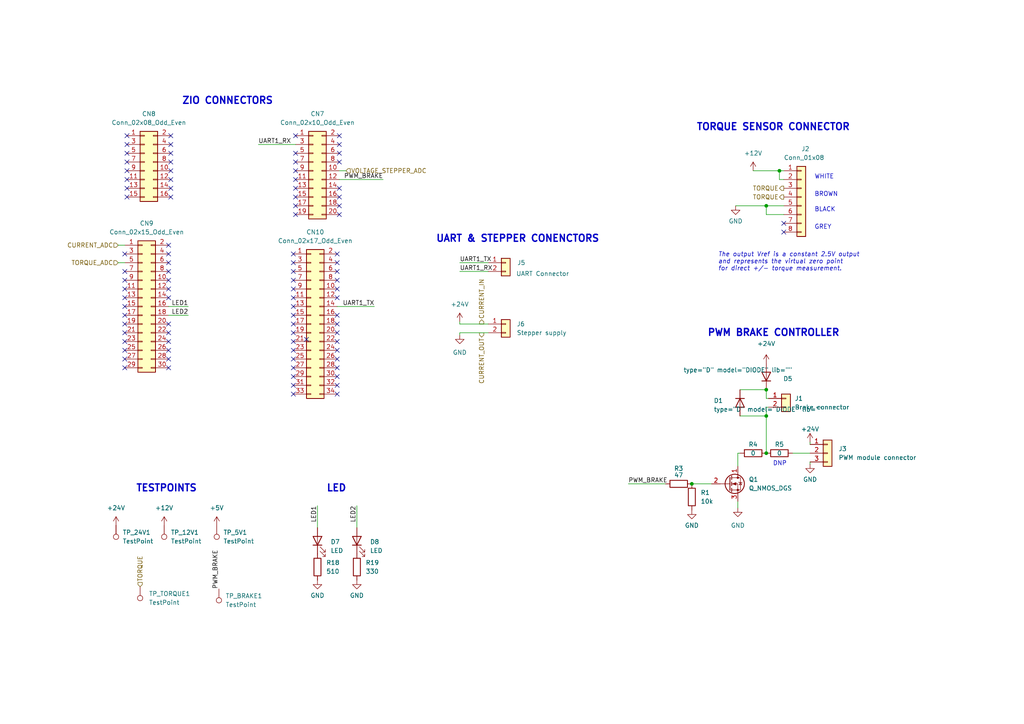
<source format=kicad_sch>
(kicad_sch (version 20211123) (generator eeschema)
  (paper "A4")
  (title_block (title "STB"))
  (lib_symbols
    (symbol "Connector:TestPoint" (pin_numbers hide) (pin_names (offset 0.762) hide)
      (property "Reference" "TP" (at 0 6.858 0))
      (property "Value" "TestPoint" (at 0 5.08 0))
      (symbol "TestPoint_0_1"
        (circle (center 0 3.302) (radius 0.762))
      )
      (symbol "TestPoint_1_1"
        (pin passive line (at 0 0 90) (length 2.54) (name "1") (number "1"))
      )
    )
    (symbol "Connector_Generic:Conn_01x02" (pin_names (offset 1.016) hide)
      (property "Reference" "J" (at 0 2.54 0))
      (property "Value" "Conn_01x02" (at 0 -5.08 0))
      (symbol "Conn_01x02_1_1"
        (rectangle (start -1.27 -2.413) (end 0 -2.667) (stroke (width 0.1524)))
        (rectangle (start -1.27 0.127) (end 0 -0.127) (stroke (width 0.1524)))
        (rectangle (start -1.27 1.27) (end 1.27 -3.81) (stroke (width 0.254)) (fill (type background)))
        (pin passive line (at -5.08 0 0) (length 3.81) (name "Pin_1") (number "1"))
        (pin passive line (at -5.08 -2.54 0) (length 3.81) (name "Pin_2") (number "2"))
      )
    )
    (symbol "Connector_Generic:Conn_01x03" (pin_names (offset 1.016) hide)
      (property "Reference" "J" (at 0 5.08 0))
      (property "Value" "Conn_01x03" (at 0 -5.08 0))
      (symbol "Conn_01x03_1_1"
        (rectangle (start -1.27 -2.413) (end 0 -2.667) (stroke (width 0.1524)))
        (rectangle (start -1.27 0.127) (end 0 -0.127) (stroke (width 0.1524)))
        (rectangle (start -1.27 2.667) (end 0 2.413) (stroke (width 0.1524)))
        (rectangle (start -1.27 3.81) (end 1.27 -3.81) (stroke (width 0.254)) (fill (type background)))
        (pin passive line (at -5.08 2.54 0) (length 3.81) (name "Pin_1") (number "1"))
        (pin passive line (at -5.08 0 0) (length 3.81) (name "Pin_2") (number "2"))
        (pin passive line (at -5.08 -2.54 0) (length 3.81) (name "Pin_3") (number "3"))
      )
    )
    (symbol "Connector_Generic:Conn_01x08" (pin_names (offset 1.016) hide)
      (property "Reference" "J" (at 0 10.16 0))
      (property "Value" "Conn_01x08" (at 0 -12.7 0))
      (symbol "Conn_01x08_1_1"
        (rectangle (start -1.27 -10.033) (end 0 -10.287) (stroke (width 0.1524)))
        (rectangle (start -1.27 -7.493) (end 0 -7.747) (stroke (width 0.1524)))
        (rectangle (start -1.27 -4.953) (end 0 -5.207) (stroke (width 0.1524)))
        (rectangle (start -1.27 -2.413) (end 0 -2.667) (stroke (width 0.1524)))
        (rectangle (start -1.27 0.127) (end 0 -0.127) (stroke (width 0.1524)))
        (rectangle (start -1.27 2.667) (end 0 2.413) (stroke (width 0.1524)))
        (rectangle (start -1.27 5.207) (end 0 4.953) (stroke (width 0.1524)))
        (rectangle (start -1.27 7.747) (end 0 7.493) (stroke (width 0.1524)))
        (rectangle (start -1.27 8.89) (end 1.27 -11.43) (stroke (width 0.254)) (fill (type background)))
        (pin passive line (at -5.08 7.62 0) (length 3.81) (name "Pin_1") (number "1"))
        (pin passive line (at -5.08 5.08 0) (length 3.81) (name "Pin_2") (number "2"))
        (pin passive line (at -5.08 2.54 0) (length 3.81) (name "Pin_3") (number "3"))
        (pin passive line (at -5.08 0 0) (length 3.81) (name "Pin_4") (number "4"))
        (pin passive line (at -5.08 -2.54 0) (length 3.81) (name "Pin_5") (number "5"))
        (pin passive line (at -5.08 -5.08 0) (length 3.81) (name "Pin_6") (number "6"))
        (pin passive line (at -5.08 -7.62 0) (length 3.81) (name "Pin_7") (number "7"))
        (pin passive line (at -5.08 -10.16 0) (length 3.81) (name "Pin_8") (number "8"))
      )
    )
    (symbol "Connector_Generic:Conn_02x08_Odd_Even" (pin_names (offset 1.016) hide)
      (property "Reference" "J" (at 1.27 10.16 0))
      (property "Value" "Conn_02x08_Odd_Even" (at 1.27 -12.7 0))
      (symbol "Conn_02x08_Odd_Even_1_1"
        (rectangle (start -1.27 -10.033) (end 0 -10.287) (stroke (width 0.1524)))
        (rectangle (start -1.27 -7.493) (end 0 -7.747) (stroke (width 0.1524)))
        (rectangle (start -1.27 -4.953) (end 0 -5.207) (stroke (width 0.1524)))
        (rectangle (start -1.27 -2.413) (end 0 -2.667) (stroke (width 0.1524)))
        (rectangle (start -1.27 0.127) (end 0 -0.127) (stroke (width 0.1524)))
        (rectangle (start -1.27 2.667) (end 0 2.413) (stroke (width 0.1524)))
        (rectangle (start -1.27 5.207) (end 0 4.953) (stroke (width 0.1524)))
        (rectangle (start -1.27 7.747) (end 0 7.493) (stroke (width 0.1524)))
        (rectangle (start -1.27 8.89) (end 3.81 -11.43) (stroke (width 0.254)) (fill (type background)))
        (rectangle (start 3.81 -10.033) (end 2.54 -10.287) (stroke (width 0.1524)))
        (rectangle (start 3.81 -7.493) (end 2.54 -7.747) (stroke (width 0.1524)))
        (rectangle (start 3.81 -4.953) (end 2.54 -5.207) (stroke (width 0.1524)))
        (rectangle (start 3.81 -2.413) (end 2.54 -2.667) (stroke (width 0.1524)))
        (rectangle (start 3.81 0.127) (end 2.54 -0.127) (stroke (width 0.1524)))
        (rectangle (start 3.81 2.667) (end 2.54 2.413) (stroke (width 0.1524)))
        (rectangle (start 3.81 5.207) (end 2.54 4.953) (stroke (width 0.1524)))
        (rectangle (start 3.81 7.747) (end 2.54 7.493) (stroke (width 0.1524)))
        (pin passive line (at -5.08 7.62 0) (length 3.81) (name "Pin_1") (number "1"))
        (pin passive line (at 7.62 -2.54 180) (length 3.81) (name "Pin_10") (number "10"))
        (pin passive line (at -5.08 -5.08 0) (length 3.81) (name "Pin_11") (number "11"))
        (pin passive line (at 7.62 -5.08 180) (length 3.81) (name "Pin_12") (number "12"))
        (pin passive line (at -5.08 -7.62 0) (length 3.81) (name "Pin_13") (number "13"))
        (pin passive line (at 7.62 -7.62 180) (length 3.81) (name "Pin_14") (number "14"))
        (pin passive line (at -5.08 -10.16 0) (length 3.81) (name "Pin_15") (number "15"))
        (pin passive line (at 7.62 -10.16 180) (length 3.81) (name "Pin_16") (number "16"))
        (pin passive line (at 7.62 7.62 180) (length 3.81) (name "Pin_2") (number "2"))
        (pin passive line (at -5.08 5.08 0) (length 3.81) (name "Pin_3") (number "3"))
        (pin passive line (at 7.62 5.08 180) (length 3.81) (name "Pin_4") (number "4"))
        (pin passive line (at -5.08 2.54 0) (length 3.81) (name "Pin_5") (number "5"))
        (pin passive line (at 7.62 2.54 180) (length 3.81) (name "Pin_6") (number "6"))
        (pin passive line (at -5.08 0 0) (length 3.81) (name "Pin_7") (number "7"))
        (pin passive line (at 7.62 0 180) (length 3.81) (name "Pin_8") (number "8"))
        (pin passive line (at -5.08 -2.54 0) (length 3.81) (name "Pin_9") (number "9"))
      )
    )
    (symbol "Connector_Generic:Conn_02x10_Odd_Even" (pin_names (offset 1.016) hide)
      (property "Reference" "J" (at 1.27 12.7 0))
      (property "Value" "Conn_02x10_Odd_Even" (at 1.27 -15.24 0))
      (symbol "Conn_02x10_Odd_Even_1_1"
        (rectangle (start -1.27 -12.573) (end 0 -12.827) (stroke (width 0.1524)))
        (rectangle (start -1.27 -10.033) (end 0 -10.287) (stroke (width 0.1524)))
        (rectangle (start -1.27 -7.493) (end 0 -7.747) (stroke (width 0.1524)))
        (rectangle (start -1.27 -4.953) (end 0 -5.207) (stroke (width 0.1524)))
        (rectangle (start -1.27 -2.413) (end 0 -2.667) (stroke (width 0.1524)))
        (rectangle (start -1.27 0.127) (end 0 -0.127) (stroke (width 0.1524)))
        (rectangle (start -1.27 2.667) (end 0 2.413) (stroke (width 0.1524)))
        (rectangle (start -1.27 5.207) (end 0 4.953) (stroke (width 0.1524)))
        (rectangle (start -1.27 7.747) (end 0 7.493) (stroke (width 0.1524)))
        (rectangle (start -1.27 10.287) (end 0 10.033) (stroke (width 0.1524)))
        (rectangle (start -1.27 11.43) (end 3.81 -13.97) (stroke (width 0.254)) (fill (type background)))
        (rectangle (start 3.81 -12.573) (end 2.54 -12.827) (stroke (width 0.1524)))
        (rectangle (start 3.81 -10.033) (end 2.54 -10.287) (stroke (width 0.1524)))
        (rectangle (start 3.81 -7.493) (end 2.54 -7.747) (stroke (width 0.1524)))
        (rectangle (start 3.81 -4.953) (end 2.54 -5.207) (stroke (width 0.1524)))
        (rectangle (start 3.81 -2.413) (end 2.54 -2.667) (stroke (width 0.1524)))
        (rectangle (start 3.81 0.127) (end 2.54 -0.127) (stroke (width 0.1524)))
        (rectangle (start 3.81 2.667) (end 2.54 2.413) (stroke (width 0.1524)))
        (rectangle (start 3.81 5.207) (end 2.54 4.953) (stroke (width 0.1524)))
        (rectangle (start 3.81 7.747) (end 2.54 7.493) (stroke (width 0.1524)))
        (rectangle (start 3.81 10.287) (end 2.54 10.033) (stroke (width 0.1524)))
        (pin passive line (at -5.08 10.16 0) (length 3.81) (name "Pin_1") (number "1"))
        (pin passive line (at 7.62 0 180) (length 3.81) (name "Pin_10") (number "10"))
        (pin passive line (at -5.08 -2.54 0) (length 3.81) (name "Pin_11") (number "11"))
        (pin passive line (at 7.62 -2.54 180) (length 3.81) (name "Pin_12") (number "12"))
        (pin passive line (at -5.08 -5.08 0) (length 3.81) (name "Pin_13") (number "13"))
        (pin passive line (at 7.62 -5.08 180) (length 3.81) (name "Pin_14") (number "14"))
        (pin passive line (at -5.08 -7.62 0) (length 3.81) (name "Pin_15") (number "15"))
        (pin passive line (at 7.62 -7.62 180) (length 3.81) (name "Pin_16") (number "16"))
        (pin passive line (at -5.08 -10.16 0) (length 3.81) (name "Pin_17") (number "17"))
        (pin passive line (at 7.62 -10.16 180) (length 3.81) (name "Pin_18") (number "18"))
        (pin passive line (at -5.08 -12.7 0) (length 3.81) (name "Pin_19") (number "19"))
        (pin passive line (at 7.62 10.16 180) (length 3.81) (name "Pin_2") (number "2"))
        (pin passive line (at 7.62 -12.7 180) (length 3.81) (name "Pin_20") (number "20"))
        (pin passive line (at -5.08 7.62 0) (length 3.81) (name "Pin_3") (number "3"))
        (pin passive line (at 7.62 7.62 180) (length 3.81) (name "Pin_4") (number "4"))
        (pin passive line (at -5.08 5.08 0) (length 3.81) (name "Pin_5") (number "5"))
        (pin passive line (at 7.62 5.08 180) (length 3.81) (name "Pin_6") (number "6"))
        (pin passive line (at -5.08 2.54 0) (length 3.81) (name "Pin_7") (number "7"))
        (pin passive line (at 7.62 2.54 180) (length 3.81) (name "Pin_8") (number "8"))
        (pin passive line (at -5.08 0 0) (length 3.81) (name "Pin_9") (number "9"))
      )
    )
    (symbol "Connector_Generic:Conn_02x15_Odd_Even" (pin_names (offset 1.016) hide)
      (property "Reference" "J" (at 1.27 20.32 0))
      (property "Value" "Conn_02x15_Odd_Even" (at 1.27 -20.32 0))
      (symbol "Conn_02x15_Odd_Even_1_1"
        (rectangle (start -1.27 -17.653) (end 0 -17.907) (stroke (width 0.1524)))
        (rectangle (start -1.27 -15.113) (end 0 -15.367) (stroke (width 0.1524)))
        (rectangle (start -1.27 -12.573) (end 0 -12.827) (stroke (width 0.1524)))
        (rectangle (start -1.27 -10.033) (end 0 -10.287) (stroke (width 0.1524)))
        (rectangle (start -1.27 -7.493) (end 0 -7.747) (stroke (width 0.1524)))
        (rectangle (start -1.27 -4.953) (end 0 -5.207) (stroke (width 0.1524)))
        (rectangle (start -1.27 -2.413) (end 0 -2.667) (stroke (width 0.1524)))
        (rectangle (start -1.27 0.127) (end 0 -0.127) (stroke (width 0.1524)))
        (rectangle (start -1.27 2.667) (end 0 2.413) (stroke (width 0.1524)))
        (rectangle (start -1.27 5.207) (end 0 4.953) (stroke (width 0.1524)))
        (rectangle (start -1.27 7.747) (end 0 7.493) (stroke (width 0.1524)))
        (rectangle (start -1.27 10.287) (end 0 10.033) (stroke (width 0.1524)))
        (rectangle (start -1.27 12.827) (end 0 12.573) (stroke (width 0.1524)))
        (rectangle (start -1.27 15.367) (end 0 15.113) (stroke (width 0.1524)))
        (rectangle (start -1.27 17.907) (end 0 17.653) (stroke (width 0.1524)))
        (rectangle (start -1.27 19.05) (end 3.81 -19.05) (stroke (width 0.254)) (fill (type background)))
        (rectangle (start 3.81 -17.653) (end 2.54 -17.907) (stroke (width 0.1524)))
        (rectangle (start 3.81 -15.113) (end 2.54 -15.367) (stroke (width 0.1524)))
        (rectangle (start 3.81 -12.573) (end 2.54 -12.827) (stroke (width 0.1524)))
        (rectangle (start 3.81 -10.033) (end 2.54 -10.287) (stroke (width 0.1524)))
        (rectangle (start 3.81 -7.493) (end 2.54 -7.747) (stroke (width 0.1524)))
        (rectangle (start 3.81 -4.953) (end 2.54 -5.207) (stroke (width 0.1524)))
        (rectangle (start 3.81 -2.413) (end 2.54 -2.667) (stroke (width 0.1524)))
        (rectangle (start 3.81 0.127) (end 2.54 -0.127) (stroke (width 0.1524)))
        (rectangle (start 3.81 2.667) (end 2.54 2.413) (stroke (width 0.1524)))
        (rectangle (start 3.81 5.207) (end 2.54 4.953) (stroke (width 0.1524)))
        (rectangle (start 3.81 7.747) (end 2.54 7.493) (stroke (width 0.1524)))
        (rectangle (start 3.81 10.287) (end 2.54 10.033) (stroke (width 0.1524)))
        (rectangle (start 3.81 12.827) (end 2.54 12.573) (stroke (width 0.1524)))
        (rectangle (start 3.81 15.367) (end 2.54 15.113) (stroke (width 0.1524)))
        (rectangle (start 3.81 17.907) (end 2.54 17.653) (stroke (width 0.1524)))
        (pin passive line (at -5.08 17.78 0) (length 3.81) (name "Pin_1") (number "1"))
        (pin passive line (at 7.62 7.62 180) (length 3.81) (name "Pin_10") (number "10"))
        (pin passive line (at -5.08 5.08 0) (length 3.81) (name "Pin_11") (number "11"))
        (pin passive line (at 7.62 5.08 180) (length 3.81) (name "Pin_12") (number "12"))
        (pin passive line (at -5.08 2.54 0) (length 3.81) (name "Pin_13") (number "13"))
        (pin passive line (at 7.62 2.54 180) (length 3.81) (name "Pin_14") (number "14"))
        (pin passive line (at -5.08 0 0) (length 3.81) (name "Pin_15") (number "15"))
        (pin passive line (at 7.62 0 180) (length 3.81) (name "Pin_16") (number "16"))
        (pin passive line (at -5.08 -2.54 0) (length 3.81) (name "Pin_17") (number "17"))
        (pin passive line (at 7.62 -2.54 180) (length 3.81) (name "Pin_18") (number "18"))
        (pin passive line (at -5.08 -5.08 0) (length 3.81) (name "Pin_19") (number "19"))
        (pin passive line (at 7.62 17.78 180) (length 3.81) (name "Pin_2") (number "2"))
        (pin passive line (at 7.62 -5.08 180) (length 3.81) (name "Pin_20") (number "20"))
        (pin passive line (at -5.08 -7.62 0) (length 3.81) (name "Pin_21") (number "21"))
        (pin passive line (at 7.62 -7.62 180) (length 3.81) (name "Pin_22") (number "22"))
        (pin passive line (at -5.08 -10.16 0) (length 3.81) (name "Pin_23") (number "23"))
        (pin passive line (at 7.62 -10.16 180) (length 3.81) (name "Pin_24") (number "24"))
        (pin passive line (at -5.08 -12.7 0) (length 3.81) (name "Pin_25") (number "25"))
        (pin passive line (at 7.62 -12.7 180) (length 3.81) (name "Pin_26") (number "26"))
        (pin passive line (at -5.08 -15.24 0) (length 3.81) (name "Pin_27") (number "27"))
        (pin passive line (at 7.62 -15.24 180) (length 3.81) (name "Pin_28") (number "28"))
        (pin passive line (at -5.08 -17.78 0) (length 3.81) (name "Pin_29") (number "29"))
        (pin passive line (at -5.08 15.24 0) (length 3.81) (name "Pin_3") (number "3"))
        (pin passive line (at 7.62 -17.78 180) (length 3.81) (name "Pin_30") (number "30"))
        (pin passive line (at 7.62 15.24 180) (length 3.81) (name "Pin_4") (number "4"))
        (pin passive line (at -5.08 12.7 0) (length 3.81) (name "Pin_5") (number "5"))
        (pin passive line (at 7.62 12.7 180) (length 3.81) (name "Pin_6") (number "6"))
        (pin passive line (at -5.08 10.16 0) (length 3.81) (name "Pin_7") (number "7"))
        (pin passive line (at 7.62 10.16 180) (length 3.81) (name "Pin_8") (number "8"))
        (pin passive line (at -5.08 7.62 0) (length 3.81) (name "Pin_9") (number "9"))
      )
    )
    (symbol "Connector_Generic:Conn_02x17_Odd_Even" (pin_names (offset 1.016) hide)
      (property "Reference" "J" (at 1.27 22.86 0))
      (property "Value" "Conn_02x17_Odd_Even" (at 1.27 -22.86 0))
      (symbol "Conn_02x17_Odd_Even_1_1"
        (rectangle (start -1.27 -20.193) (end 0 -20.447) (stroke (width 0.1524)))
        (rectangle (start -1.27 -17.653) (end 0 -17.907) (stroke (width 0.1524)))
        (rectangle (start -1.27 -15.113) (end 0 -15.367) (stroke (width 0.1524)))
        (rectangle (start -1.27 -12.573) (end 0 -12.827) (stroke (width 0.1524)))
        (rectangle (start -1.27 -10.033) (end 0 -10.287) (stroke (width 0.1524)))
        (rectangle (start -1.27 -7.493) (end 0 -7.747) (stroke (width 0.1524)))
        (rectangle (start -1.27 -4.953) (end 0 -5.207) (stroke (width 0.1524)))
        (rectangle (start -1.27 -2.413) (end 0 -2.667) (stroke (width 0.1524)))
        (rectangle (start -1.27 0.127) (end 0 -0.127) (stroke (width 0.1524)))
        (rectangle (start -1.27 2.667) (end 0 2.413) (stroke (width 0.1524)))
        (rectangle (start -1.27 5.207) (end 0 4.953) (stroke (width 0.1524)))
        (rectangle (start -1.27 7.747) (end 0 7.493) (stroke (width 0.1524)))
        (rectangle (start -1.27 10.287) (end 0 10.033) (stroke (width 0.1524)))
        (rectangle (start -1.27 12.827) (end 0 12.573) (stroke (width 0.1524)))
        (rectangle (start -1.27 15.367) (end 0 15.113) (stroke (width 0.1524)))
        (rectangle (start -1.27 17.907) (end 0 17.653) (stroke (width 0.1524)))
        (rectangle (start -1.27 20.447) (end 0 20.193) (stroke (width 0.1524)))
        (rectangle (start -1.27 21.59) (end 3.81 -21.59) (stroke (width 0.254)) (fill (type background)))
        (rectangle (start 3.81 -20.193) (end 2.54 -20.447) (stroke (width 0.1524)))
        (rectangle (start 3.81 -17.653) (end 2.54 -17.907) (stroke (width 0.1524)))
        (rectangle (start 3.81 -15.113) (end 2.54 -15.367) (stroke (width 0.1524)))
        (rectangle (start 3.81 -12.573) (end 2.54 -12.827) (stroke (width 0.1524)))
        (rectangle (start 3.81 -10.033) (end 2.54 -10.287) (stroke (width 0.1524)))
        (rectangle (start 3.81 -7.493) (end 2.54 -7.747) (stroke (width 0.1524)))
        (rectangle (start 3.81 -4.953) (end 2.54 -5.207) (stroke (width 0.1524)))
        (rectangle (start 3.81 -2.413) (end 2.54 -2.667) (stroke (width 0.1524)))
        (rectangle (start 3.81 0.127) (end 2.54 -0.127) (stroke (width 0.1524)))
        (rectangle (start 3.81 2.667) (end 2.54 2.413) (stroke (width 0.1524)))
        (rectangle (start 3.81 5.207) (end 2.54 4.953) (stroke (width 0.1524)))
        (rectangle (start 3.81 7.747) (end 2.54 7.493) (stroke (width 0.1524)))
        (rectangle (start 3.81 10.287) (end 2.54 10.033) (stroke (width 0.1524)))
        (rectangle (start 3.81 12.827) (end 2.54 12.573) (stroke (width 0.1524)))
        (rectangle (start 3.81 15.367) (end 2.54 15.113) (stroke (width 0.1524)))
        (rectangle (start 3.81 17.907) (end 2.54 17.653) (stroke (width 0.1524)))
        (rectangle (start 3.81 20.447) (end 2.54 20.193) (stroke (width 0.1524)))
        (pin passive line (at -5.08 20.32 0) (length 3.81) (name "Pin_1") (number "1"))
        (pin passive line (at 7.62 10.16 180) (length 3.81) (name "Pin_10") (number "10"))
        (pin passive line (at -5.08 7.62 0) (length 3.81) (name "Pin_11") (number "11"))
        (pin passive line (at 7.62 7.62 180) (length 3.81) (name "Pin_12") (number "12"))
        (pin passive line (at -5.08 5.08 0) (length 3.81) (name "Pin_13") (number "13"))
        (pin passive line (at 7.62 5.08 180) (length 3.81) (name "Pin_14") (number "14"))
        (pin passive line (at -5.08 2.54 0) (length 3.81) (name "Pin_15") (number "15"))
        (pin passive line (at 7.62 2.54 180) (length 3.81) (name "Pin_16") (number "16"))
        (pin passive line (at -5.08 0 0) (length 3.81) (name "Pin_17") (number "17"))
        (pin passive line (at 7.62 0 180) (length 3.81) (name "Pin_18") (number "18"))
        (pin passive line (at -5.08 -2.54 0) (length 3.81) (name "Pin_19") (number "19"))
        (pin passive line (at 7.62 20.32 180) (length 3.81) (name "Pin_2") (number "2"))
        (pin passive line (at 7.62 -2.54 180) (length 3.81) (name "Pin_20") (number "20"))
        (pin passive line (at -5.08 -5.08 0) (length 3.81) (name "Pin_21") (number "21"))
        (pin passive line (at 7.62 -5.08 180) (length 3.81) (name "Pin_22") (number "22"))
        (pin passive line (at -5.08 -7.62 0) (length 3.81) (name "Pin_23") (number "23"))
        (pin passive line (at 7.62 -7.62 180) (length 3.81) (name "Pin_24") (number "24"))
        (pin passive line (at -5.08 -10.16 0) (length 3.81) (name "Pin_25") (number "25"))
        (pin passive line (at 7.62 -10.16 180) (length 3.81) (name "Pin_26") (number "26"))
        (pin passive line (at -5.08 -12.7 0) (length 3.81) (name "Pin_27") (number "27"))
        (pin passive line (at 7.62 -12.7 180) (length 3.81) (name "Pin_28") (number "28"))
        (pin passive line (at -5.08 -15.24 0) (length 3.81) (name "Pin_29") (number "29"))
        (pin passive line (at -5.08 17.78 0) (length 3.81) (name "Pin_3") (number "3"))
        (pin passive line (at 7.62 -15.24 180) (length 3.81) (name "Pin_30") (number "30"))
        (pin passive line (at -5.08 -17.78 0) (length 3.81) (name "Pin_31") (number "31"))
        (pin passive line (at 7.62 -17.78 180) (length 3.81) (name "Pin_32") (number "32"))
        (pin passive line (at -5.08 -20.32 0) (length 3.81) (name "Pin_33") (number "33"))
        (pin passive line (at 7.62 -20.32 180) (length 3.81) (name "Pin_34") (number "34"))
        (pin passive line (at 7.62 17.78 180) (length 3.81) (name "Pin_4") (number "4"))
        (pin passive line (at -5.08 15.24 0) (length 3.81) (name "Pin_5") (number "5"))
        (pin passive line (at 7.62 15.24 180) (length 3.81) (name "Pin_6") (number "6"))
        (pin passive line (at -5.08 12.7 0) (length 3.81) (name "Pin_7") (number "7"))
        (pin passive line (at 7.62 12.7 180) (length 3.81) (name "Pin_8") (number "8"))
        (pin passive line (at -5.08 10.16 0) (length 3.81) (name "Pin_9") (number "9"))
      )
    )
    (symbol "Device:LED" (pin_numbers hide) (pin_names (offset 1.016) hide)
      (property "Reference" "D" (at 0 2.54 0))
      (property "Value" "LED" (at 0 -2.54 0))
      (symbol "LED_0_1"
        (polyline (pts (xy -1.27 -1.27) (xy -1.27 1.27)) (stroke (width 0.254)))
        (polyline (pts (xy -1.27 0) (xy 1.27 0)))
        (polyline (pts (xy 1.27 -1.27) (xy 1.27 1.27) (xy -1.27 0) (xy 1.27 -1.27)) (stroke (width 0.254)))
        (polyline (pts (xy -3.048 -0.762) (xy -4.572 -2.286) (xy -3.81 -2.286) (xy -4.572 -2.286) (xy -4.572 -1.524)))
        (polyline (pts (xy -1.778 -0.762) (xy -3.302 -2.286) (xy -2.54 -2.286) (xy -3.302 -2.286) (xy -3.302 -1.524)))
      )
      (symbol "LED_1_1"
        (pin passive line (at -3.81 0 0) (length 2.54) (name "K") (number "1"))
        (pin passive line (at 3.81 0 180) (length 2.54) (name "A") (number "2"))
      )
    )
    (symbol "Device:Q_NMOS_DGS" (pin_names (offset 0) hide)
      (property "Reference" "Q" (at 5.08 1.27 0))
      (property "Value" "Q_NMOS_DGS" (at 5.08 -1.27 0))
      (symbol "Q_NMOS_DGS_0_1"
        (polyline (pts (xy 0.254 0) (xy -2.54 0)))
        (polyline (pts (xy 0.254 1.905) (xy 0.254 -1.905)) (stroke (width 0.254)))
        (polyline (pts (xy 0.762 -1.27) (xy 0.762 -2.286)) (stroke (width 0.254)))
        (polyline (pts (xy 0.762 0.508) (xy 0.762 -0.508)) (stroke (width 0.254)))
        (polyline (pts (xy 0.762 2.286) (xy 0.762 1.27)) (stroke (width 0.254)))
        (polyline (pts (xy 2.54 2.54) (xy 2.54 1.778)))
        (polyline (pts (xy 2.54 -2.54) (xy 2.54 0) (xy 0.762 0)))
        (polyline (pts (xy 0.762 -1.778) (xy 3.302 -1.778) (xy 3.302 1.778) (xy 0.762 1.778)))
        (polyline (pts (xy 1.016 0) (xy 2.032 0.381) (xy 2.032 -0.381) (xy 1.016 0)) (fill (type outline)))
        (polyline (pts (xy 2.794 0.508) (xy 2.921 0.381) (xy 3.683 0.381) (xy 3.81 0.254)))
        (polyline (pts (xy 3.302 0.381) (xy 2.921 -0.254) (xy 3.683 -0.254) (xy 3.302 0.381)))
        (circle (center 1.651 0) (radius 2.794) (stroke (width 0.254)))
        (circle (center 2.54 -1.778) (radius 0.254) (fill (type outline)))
        (circle (center 2.54 1.778) (radius 0.254) (fill (type outline)))
      )
      (symbol "Q_NMOS_DGS_1_1"
        (pin passive line (at 2.54 5.08 270) (length 2.54) (name "D") (number "1"))
        (pin input line (at -5.08 0 0) (length 2.54) (name "G") (number "2"))
        (pin passive line (at 2.54 -5.08 90) (length 2.54) (name "S") (number "3"))
      )
    )
    (symbol "Device:R" (pin_numbers hide) (pin_names (offset 0))
      (property "Reference" "R" (at 2.032 0 90))
      (property "Value" "R" (at 0 0 90))
      (symbol "R_0_1"
        (rectangle (start -1.016 -2.54) (end 1.016 2.54) (stroke (width 0.254)))
      )
      (symbol "R_1_1"
        (pin passive line (at 0 3.81 270) (length 1.27) (name "~") (number "1"))
        (pin passive line (at 0 -3.81 90) (length 1.27) (name "~") (number "2"))
      )
    )
    (symbol "Simulation_SPICE:DIODE" (pin_numbers hide) (pin_names (offset 1.016) hide)
      (property "Reference" "D" (at 0 2.54 0))
      (property "Value" "DIODE" (at 0 -2.54 0))
      (symbol "DIODE_0_1"
        (polyline (pts (xy 1.27 0) (xy -1.27 0)))
        (polyline (pts (xy 1.27 1.27) (xy 1.27 -1.27)) (stroke (width 0.254)))
        (polyline (pts (xy -1.27 -1.27) (xy -1.27 1.27) (xy 1.27 0) (xy -1.27 -1.27)) (stroke (width 0.254)))
      )
      (symbol "DIODE_1_1"
        (pin passive line (at -3.81 0 0) (length 2.54) (name "A") (number "1"))
        (pin passive line (at 3.81 0 180) (length 2.54) (name "K") (number "2"))
      )
    )
    (symbol "power:+12V" (power) (pin_names (offset 0))
      (property "Value" "+12V" (at 0 3.556 0))
      (symbol "+12V_0_1"
        (polyline (pts (xy -0.762 1.27) (xy 0 2.54)))
        (polyline (pts (xy 0 0) (xy 0 2.54)))
        (polyline (pts (xy 0 2.54) (xy 0.762 1.27)))
      )
      (symbol "+12V_1_1"
        (pin power_in line (at 0 0 90) (length 0) hide (name "+12V") (number "1"))
      )
    )
    (symbol "power:+24V" (power) (pin_names (offset 0))
      (property "Value" "+24V" (at 0 3.556 0))
      (symbol "+24V_0_1"
        (polyline (pts (xy -0.762 1.27) (xy 0 2.54)))
        (polyline (pts (xy 0 0) (xy 0 2.54)))
        (polyline (pts (xy 0 2.54) (xy 0.762 1.27)))
      )
      (symbol "+24V_1_1"
        (pin power_in line (at 0 0 90) (length 0) hide (name "+24V") (number "1"))
      )
    )
    (symbol "power:+5V" (power) (pin_names (offset 0))
      (property "Value" "+5V" (at 0 3.556 0))
      (symbol "+5V_0_1"
        (polyline (pts (xy -0.762 1.27) (xy 0 2.54)))
        (polyline (pts (xy 0 0) (xy 0 2.54)))
        (polyline (pts (xy 0 2.54) (xy 0.762 1.27)))
      )
      (symbol "+5V_1_1"
        (pin power_in line (at 0 0 90) (length 0) hide (name "+5V") (number "1"))
      )
    )
    (symbol "power:GND" (power) (pin_names (offset 0))
      (property "Value" "GND" (at 0 -3.81 0))
      (symbol "GND_0_1"
        (polyline (pts (xy 0 0) (xy 0 -1.27) (xy 1.27 -1.27) (xy 0 -2.54) (xy -1.27 -1.27) (xy 0 -1.27)))
      )
      (symbol "GND_1_1"
        (pin power_in line (at 0 0 270) (length 0) hide (name "GND") (number "1"))
      )
    )
  )
  (junction (at 226.06 49.53))
  (junction (at 222.25 59.69))
  (junction (at 222.25 120.65))
  (junction (at 200.66 140.335))
  (junction (at 222.25 131.445))
  (junction (at 222.25 113.03))
  (no_connect (at 85.09 96.52))
  (no_connect (at 98.425 41.91))
  (no_connect (at 49.53 49.53))
  (no_connect (at 97.79 114.3))
  (no_connect (at 85.725 62.23))
  (no_connect (at 85.09 91.44))
  (no_connect (at 36.195 99.06))
  (no_connect (at 85.725 39.37))
  (no_connect (at 36.83 57.15))
  (no_connect (at 97.79 96.52))
  (no_connect (at 85.09 93.98))
  (no_connect (at 36.83 54.61))
  (no_connect (at 85.09 76.2))
  (no_connect (at 97.79 99.06))
  (no_connect (at 85.09 73.66))
  (no_connect (at 36.195 106.68))
  (no_connect (at 97.79 106.68))
  (no_connect (at 49.53 54.61))
  (no_connect (at 97.79 109.22))
  (no_connect (at 97.79 83.82))
  (no_connect (at 97.79 104.14))
  (no_connect (at 49.53 57.15))
  (no_connect (at 48.895 86.36))
  (no_connect (at 98.425 54.61))
  (no_connect (at 48.895 81.28))
  (no_connect (at 36.83 52.07))
  (no_connect (at 85.09 78.74))
  (no_connect (at 36.83 39.37))
  (no_connect (at 97.79 93.98))
  (no_connect (at 98.425 57.15))
  (no_connect (at 85.725 44.45))
  (no_connect (at 48.895 78.74))
  (no_connect (at 98.425 62.23))
  (no_connect (at 85.725 54.61))
  (no_connect (at 48.895 106.68))
  (no_connect (at 85.09 106.68))
  (no_connect (at 98.425 44.45))
  (no_connect (at 85.725 52.07))
  (no_connect (at 97.79 101.6))
  (no_connect (at 85.09 99.06))
  (no_connect (at 36.195 96.52))
  (no_connect (at 97.79 81.28))
  (no_connect (at 97.79 86.36))
  (no_connect (at 85.09 111.76))
  (no_connect (at 48.895 83.82))
  (no_connect (at 85.725 49.53))
  (no_connect (at 48.895 76.2))
  (no_connect (at 36.195 93.98))
  (no_connect (at 36.83 41.91))
  (no_connect (at 36.195 104.14))
  (no_connect (at 48.895 93.98))
  (no_connect (at 97.79 78.74))
  (no_connect (at 85.09 101.6))
  (no_connect (at 98.425 46.99))
  (no_connect (at 48.895 71.12))
  (no_connect (at 85.725 57.15))
  (no_connect (at 85.09 109.22))
  (no_connect (at 36.83 49.53))
  (no_connect (at 97.79 76.2))
  (no_connect (at 49.53 41.91))
  (no_connect (at 85.725 59.69))
  (no_connect (at 97.79 73.66))
  (no_connect (at 98.425 39.37))
  (no_connect (at 85.09 114.3))
  (no_connect (at 97.79 91.44))
  (no_connect (at 36.83 46.99))
  (no_connect (at 85.09 81.28))
  (no_connect (at 85.09 86.36))
  (no_connect (at 48.895 101.6))
  (no_connect (at 48.895 99.06))
  (no_connect (at 36.195 91.44))
  (no_connect (at 227.33 67.31))
  (no_connect (at 227.33 64.77))
  (no_connect (at 85.09 88.9))
  (no_connect (at 98.425 59.69))
  (no_connect (at 49.53 46.99))
  (no_connect (at 49.53 44.45))
  (no_connect (at 85.09 104.14))
  (no_connect (at 36.83 44.45))
  (no_connect (at 49.53 52.07))
  (no_connect (at 48.895 104.14))
  (no_connect (at 85.09 83.82))
  (no_connect (at 36.195 101.6))
  (no_connect (at 48.895 73.66))
  (no_connect (at 97.79 111.76))
  (no_connect (at 48.895 96.52))
  (no_connect (at 85.725 46.99))
  (no_connect (at 88.9 98.425))
  (no_connect (at 36.195 88.9))
  (no_connect (at 36.195 78.74))
  (no_connect (at 36.195 73.66))
  (no_connect (at 36.195 81.28))
  (no_connect (at 36.195 83.82))
  (no_connect (at 36.195 86.36))
  (no_connect (at 49.53 39.37))
  (wire (pts (xy 222.25 118.11) (xy 222.885 118.11)))
  (wire (pts (xy 226.06 52.07) (xy 227.33 52.07)))
  (wire (pts (xy 214.63 120.65) (xy 222.25 120.65)))
  (wire (pts (xy 133.35 96.52) (xy 133.35 97.155)))
  (wire (pts (xy 133.35 93.98) (xy 141.605 93.98)))
  (wire (pts (xy 141.605 96.52) (xy 133.35 96.52)))
  (wire (pts (xy 133.35 93.98) (xy 133.35 93.345)))
  (wire (pts (xy 218.44 49.53) (xy 226.06 49.53)))
  (wire (pts (xy 34.29 76.2) (xy 36.195 76.2)))
  (wire (pts (xy 97.79 88.9) (xy 108.585 88.9)))
  (wire (pts (xy 227.33 62.23) (xy 222.25 62.23)))
  (wire (pts (xy 229.87 131.445) (xy 234.95 131.445)))
  (wire (pts (xy 222.25 59.69) (xy 227.33 59.69)))
  (wire (pts (xy 48.895 91.44) (xy 54.61 91.44)))
  (wire (pts (xy 200.66 140.335) (xy 206.375 140.335)))
  (wire (pts (xy 222.25 115.57) (xy 222.25 113.03)))
  (wire (pts (xy 74.93 41.91) (xy 85.725 41.91)))
  (wire (pts (xy 226.06 49.53) (xy 227.33 49.53)))
  (wire (pts (xy 133.35 78.74) (xy 141.605 78.74)))
  (wire (pts (xy 234.95 128.905) (xy 234.95 128.27)))
  (wire (pts (xy 213.36 59.69) (xy 222.25 59.69)))
  (wire (pts (xy 222.885 115.57) (xy 222.25 115.57)))
  (wire (pts (xy 222.25 62.23) (xy 222.25 59.69)))
  (wire (pts (xy 103.505 146.685) (xy 103.505 153.035)))
  (wire (pts (xy 34.29 71.12) (xy 36.195 71.12)))
  (wire (pts (xy 213.995 135.255) (xy 213.995 131.445)))
  (wire (pts (xy 226.06 49.53) (xy 226.06 52.07)))
  (wire (pts (xy 234.95 133.985) (xy 234.95 134.62)))
  (wire (pts (xy 213.995 131.445) (xy 214.63 131.445)))
  (wire (pts (xy 141.605 76.2) (xy 133.35 76.2)))
  (wire (pts (xy 48.895 88.9) (xy 54.61 88.9)))
  (wire (pts (xy 182.245 140.335) (xy 193.04 140.335)))
  (wire (pts (xy 98.425 52.07) (xy 111.125 52.07)))
  (wire (pts (xy 213.995 145.415) (xy 213.995 147.32)))
  (wire (pts (xy 222.25 120.65) (xy 222.25 131.445)))
  (wire (pts (xy 222.25 120.65) (xy 222.25 118.11)))
  (wire (pts (xy 214.63 113.03) (xy 222.25 113.03)))
  (wire (pts (xy 98.425 49.53) (xy 100.33 49.53)))
  (wire (pts (xy 92.075 146.685) (xy 92.075 153.035)))
  (text "LED" (at 94.615 142.875 0) (effects (font (size 2 2) (thickness 0.4) bold) (justify left bottom)))
  (text "DNP\n" (at 224.155 135.255 0) (effects (font (size 1.27 1.27)) (justify left bottom)))
  (text "TORQUE SENSOR CONNECTOR\n" (at 201.93 38.1 0) (effects (font (size 2 2) (thickness 0.4) bold) (justify left bottom)))
  (text "BROWN" (at 236.22 57.15 0) (effects (font (size 1.27 1.27)) (justify left bottom)))
  (text "BLACK\n" (at 236.22 61.595 0) (effects (font (size 1.27 1.27)) (justify left bottom)))
  (text "WHITE\n" (at 236.22 52.07 0) (effects (font (size 1.27 1.27)) (justify left bottom)))
  (text "GREY" (at 236.22 66.675 0) (effects (font (size 1.27 1.27)) (justify left bottom)))
  (text "The output Vref is a constant 2.5V output \nand represents the virtual zero point \nfor direct +/- torque measurement." (at 208.28 78.74 0) (effects (font (size 1.27 1.27) italic) (justify left bottom)))
  (text "UART & STEPPER CONENCTORS" (at 126.365 70.485 0) (effects (font (size 2 2) bold) (justify left bottom)))
  (text "TESTPOINTS\n" (at 39.37 142.875 0) (effects (font (size 2 2) (thickness 0.4) bold) (justify left bottom)))
  (text "ZIO CONNECTORS\n" (at 52.705 30.48 0) (effects (font (size 2 2) bold) (justify left bottom)))
  (text "PWM BRAKE CONTROLLER" (at 205.105 97.79 0) (effects (font (size 2 2) bold) (justify left bottom)))
  (label "LED2" (at 54.61 91.44 180))
  (label "LED1" (at 54.61 88.9 180))
  (label "UART1_RX" (at 133.35 78.74 0))
  (label "PWM_BRAKE" (at 63.5 170.815 90))
  (label "UART1_TX" (at 133.35 76.2 0))
  (label "UART1_RX" (at 74.93 41.91 0))
  (label "LED1" (at 92.075 146.685 270))
  (label "UART1_TX" (at 108.585 88.9 180))
  (label "PWM_BRAKE" (at 111.125 52.07 180))
  (label "LED2" (at 103.505 146.685 270))
  (label "PWM_BRAKE" (at 182.245 140.335 0))
  (hierarchical_label "TORQUE_ADC" (shape input) (at 34.29 76.2 180))
  (hierarchical_label "TORQUE" (shape output) (at 227.33 54.61 180))
  (hierarchical_label "VOLTAGE_STEPPER_ADC" (shape input) (at 100.33 49.53 0))
  (hierarchical_label "TORQUE" (shape input) (at 40.64 170.18 90))
  (hierarchical_label "CURRENT_IN" (shape output) (at 139.7 93.98 90))
  (hierarchical_label "CURRENT_OUT" (shape output) (at 139.7 96.52 270))
  (hierarchical_label "TORQUE" (shape output) (at 227.33 57.15 180))
  (hierarchical_label "CURRENT_ADC" (shape input) (at 34.29 71.12 180))
  (symbol (lib_id "power:GND") (at 213.995 147.32 0) (unit 1)
    (property "Reference" "#PWR0114" (effects hide))
    (property "Value" "GND" (at 213.995 152.4 0))
  )
  (symbol (lib_id "Device:R") (at 218.44 131.445 90) (unit 1)
    (property "Reference" "R4" (at 218.44 128.905 90))
    (property "Value" "0" (at 218.44 131.445 90))
    (property "Footprint" "Resistor_SMD:R_0603_1608Metric" (effects hide))
  )
  (symbol (lib_id "Device:R") (at 196.85 140.335 90) (unit 1)
    (property "Reference" "R3" (at 196.85 135.89 90))
    (property "Value" "47" (at 196.85 137.795 90))
    (property "Footprint" "Resistor_SMD:R_0603_1608Metric" (effects hide))
  )
  (symbol (lib_id "Simulation_SPICE:DIODE") (at 222.25 109.22 270) (unit 1)
    (property "Reference" "D5" (at 229.87 109.855 90) (effects (justify right)))
    (property "Value" "DIODE" (at 229.87 107.315 90) (effects (justify right)))
    (property "Footprint" "Diode_SMD:D_SOD-323" (effects hide))
    (property "Spice_Netlist_Enabled" "Y" (effects hide))
    (property "Spice_Primitive" "D" (effects hide))
  )
  (symbol (lib_id "Connector_Generic:Conn_01x02") (at 146.685 93.98 0) (unit 1)
    (property "Reference" "J6" (at 149.86 93.9799 0) (effects (justify left)))
    (property "Value" "Stepper supply" (at 149.86 96.5199 0) (effects (justify left)))
    (property "Footprint" "Connector_PinHeader_2.54mm:PinHeader_1x02_P2.54mm_Vertical" (effects hide))
  )
  (symbol (lib_id "power:GND") (at 92.075 168.275 0) (unit 1)
    (property "Reference" "#PWR0142" (effects hide))
    (property "Value" "GND" (at 92.075 172.72 0))
  )
  (symbol (lib_id "Connector:TestPoint") (at 47.625 152.4 180) (unit 1)
    (property "Reference" "TP_12V1" (at 49.53 154.4319 0) (effects (justify right)))
    (property "Value" "TestPoint" (at 49.53 156.9719 0) (effects (justify right)))
    (property "Footprint" "TestPoint:TestPoint_Pad_D2.0mm" (effects hide))
  )
  (symbol (lib_id "Connector:TestPoint") (at 62.865 152.4 180) (unit 1)
    (property "Reference" "TP_5V1" (at 64.77 154.4319 0) (effects (justify right)))
    (property "Value" "TestPoint" (at 64.77 156.9719 0) (effects (justify right)))
    (property "Footprint" "TestPoint:TestPoint_Pad_D2.0mm" (effects hide))
  )
  (symbol (lib_id "power:+24V") (at 222.25 105.41 0) (unit 1)
    (property "Reference" "#PWR0125" (effects hide))
    (property "Value" "+24V" (at 222.25 99.695 0))
  )
  (symbol (lib_id "Device:Q_NMOS_DGS") (at 211.455 140.335 0) (unit 1)
    (property "Reference" "Q1" (at 217.17 139.0649 0) (effects (justify left)))
    (property "Value" "Q_NMOS_DGS" (at 217.17 141.6049 0) (effects (justify left)))
    (property "Footprint" "Package_TO_SOT_SMD:TO-252-2" (effects hide))
    (property "Datasheet" "https://www.mouser.it/datasheet/2/196/Infineon-IPD60N10S4L_12-DS-v01_00-en-1731716.pdf" (effects hide))
  )
  (symbol (lib_id "Connector:TestPoint") (at 33.655 152.4 180) (unit 1)
    (property "Reference" "TP_24V1" (at 35.56 154.4319 0) (effects (justify right)))
    (property "Value" "TestPoint" (at 35.56 156.9719 0) (effects (justify right)))
    (property "Footprint" "TestPoint:TestPoint_Pad_D2.0mm" (effects hide))
  )
  (symbol (lib_id "Connector_Generic:Conn_02x17_Odd_Even") (at 90.17 93.98 0) (unit 1)
    (property "Reference" "CN10" (at 91.44 67.31 0))
    (property "Value" "Conn_02x17_Odd_Even" (at 91.44 69.85 0))
    (property "Footprint" "Connector_PinHeader_2.54mm:PinHeader_2x17_P2.54mm_Vertical" (effects hide))
  )
  (symbol (lib_id "power:+12V") (at 47.625 152.4 0) (unit 1)
    (property "Reference" "#PWR0145" (effects hide))
    (property "Value" "+12V" (at 47.625 147.32 0))
  )
  (symbol (lib_id "Device:R") (at 103.505 164.465 0) (unit 1)
    (property "Reference" "R19" (at 106.045 163.1949 0) (effects (justify left)))
    (property "Value" "330" (at 106.045 165.7349 0) (effects (justify left)))
    (property "Footprint" "Resistor_SMD:R_0603_1608Metric" (effects hide))
  )
  (symbol (lib_id "power:+12V") (at 218.44 49.53 0) (unit 1)
    (property "Reference" "#PWR0110" (effects hide))
    (property "Value" "+12V" (at 218.44 44.45 0))
  )
  (symbol (lib_id "Device:R") (at 92.075 164.465 0) (unit 1)
    (property "Reference" "R18" (at 94.615 163.1949 0) (effects (justify left)))
    (property "Value" "510" (at 94.615 165.7349 0) (effects (justify left)))
    (property "Footprint" "Resistor_SMD:R_0603_1608Metric" (effects hide))
  )
  (symbol (lib_id "Connector_Generic:Conn_01x02") (at 227.965 115.57 0) (unit 1)
    (property "Reference" "J1" (at 230.505 115.5699 0) (effects (justify left)))
    (property "Value" "Brake connector" (at 230.505 118.1099 0) (effects (justify left)))
    (property "Footprint" "Connector_PinHeader_2.54mm:PinHeader_1x02_P2.54mm_Vertical" (effects hide))
  )
  (symbol (lib_id "Connector_Generic:Conn_01x03") (at 240.03 131.445 0) (unit 1)
    (property "Reference" "J3" (at 243.205 130.1749 0) (effects (justify left)))
    (property "Value" "PWM module connector" (at 243.205 132.7149 0) (effects (justify left)))
    (property "Footprint" "Connector_PinHeader_2.54mm:PinHeader_1x03_P2.54mm_Vertical" (effects hide))
  )
  (symbol (lib_id "power:GND") (at 234.95 134.62 0) (unit 1)
    (property "Reference" "#PWR0113" (effects hide))
    (property "Value" "GND" (at 234.95 139.065 0))
  )
  (symbol (lib_id "Device:LED") (at 103.505 156.845 90) (unit 1)
    (property "Reference" "D8" (at 107.315 157.1624 90) (effects (justify right)))
    (property "Value" "LED" (at 107.315 159.7024 90) (effects (justify right)))
    (property "Footprint" "LED_SMD:LED_0603_1608Metric" (effects hide))
  )
  (symbol (lib_id "power:+24V") (at 234.95 128.27 0) (unit 1)
    (property "Reference" "#PWR0111" (effects hide))
    (property "Value" "+24V" (at 234.95 124.46 0))
  )
  (symbol (lib_id "Connector:TestPoint") (at 40.64 170.18 180) (unit 1)
    (property "Reference" "TP_TORQUE1" (at 43.18 172.2119 0) (effects (justify right)))
    (property "Value" "TestPoint" (at 43.18 174.7519 0) (effects (justify right)))
    (property "Footprint" "TestPoint:TestPoint_Pad_D2.0mm" (effects hide))
  )
  (symbol (lib_id "power:GND") (at 103.505 168.275 0) (unit 1)
    (property "Reference" "#PWR0143" (effects hide))
    (property "Value" "GND" (at 103.505 172.72 0))
  )
  (symbol (lib_id "power:GND") (at 213.36 59.69 0) (unit 1)
    (property "Reference" "#PWR0101" (effects hide))
    (property "Value" "GND" (at 213.36 64.135 0))
  )
  (symbol (lib_id "Connector:TestPoint") (at 63.5 170.815 180) (unit 1)
    (property "Reference" "TP_BRAKE1" (at 65.405 172.8469 0) (effects (justify right)))
    (property "Value" "TestPoint" (at 65.405 175.3869 0) (effects (justify right)))
    (property "Footprint" "TestPoint:TestPoint_Pad_D2.0mm" (effects hide))
  )
  (symbol (lib_id "Connector_Generic:Conn_02x10_Odd_Even") (at 90.805 49.53 0) (unit 1)
    (property "Reference" "CN7" (at 92.075 33.02 0))
    (property "Value" "Conn_02x10_Odd_Even" (at 92.075 35.56 0))
    (property "Footprint" "Connector_PinHeader_2.54mm:PinHeader_2x10_P2.54mm_Vertical" (effects hide))
  )
  (symbol (lib_id "power:+24V") (at 33.655 152.4 0) (unit 1)
    (property "Reference" "#PWR0141" (effects hide))
    (property "Value" "+24V" (at 33.655 147.32 0))
  )
  (symbol (lib_id "power:GND") (at 133.35 97.155 0) (unit 1)
    (property "Reference" "#PWR0109" (effects hide))
    (property "Value" "GND" (at 133.35 102.235 0))
  )
  (symbol (lib_id "power:+5V") (at 62.865 152.4 0) (unit 1)
    (property "Reference" "#PWR0144" (effects hide))
    (property "Value" "+5V" (at 62.865 147.32 0))
  )
  (symbol (lib_id "Connector_Generic:Conn_02x08_Odd_Even") (at 41.91 46.99 0) (unit 1)
    (property "Reference" "CN8" (at 43.18 33.02 0))
    (property "Value" "Conn_02x08_Odd_Even" (at 43.18 35.56 0))
    (property "Footprint" "Connector_PinHeader_2.54mm:PinHeader_2x08_P2.54mm_Vertical" (effects hide))
  )
  (symbol (lib_id "Connector_Generic:Conn_02x15_Odd_Even") (at 41.275 88.9 0) (unit 1)
    (property "Reference" "CN9" (at 42.545 64.77 0))
    (property "Value" "Conn_02x15_Odd_Even" (at 42.545 67.31 0))
    (property "Footprint" "Connector_PinHeader_2.54mm:PinHeader_2x15_P2.54mm_Vertical" (effects hide))
  )
  (symbol (lib_id "Simulation_SPICE:DIODE") (at 214.63 116.84 90) (unit 1)
    (property "Reference" "D1" (at 207.01 116.205 90) (effects (justify right)))
    (property "Value" "DIODE" (at 207.01 118.745 90) (effects (justify right)))
    (property "Footprint" "Diode_SMD:D_SOD-323" (effects hide))
    (property "Spice_Netlist_Enabled" "Y" (effects hide))
    (property "Spice_Primitive" "D" (effects hide))
  )
  (symbol (lib_id "Device:R") (at 226.06 131.445 90) (unit 1)
    (property "Reference" "R5" (at 226.06 128.905 90))
    (property "Value" "0" (at 226.06 131.445 90))
    (property "Footprint" "Resistor_SMD:R_0603_1608Metric" (effects hide))
  )
  (symbol (lib_id "power:GND") (at 200.66 147.955 0) (unit 1)
    (property "Reference" "#PWR0102" (effects hide))
    (property "Value" "GND" (at 200.66 152.4 0))
  )
  (symbol (lib_id "Connector_Generic:Conn_01x08") (at 232.41 57.15 0) (unit 1)
    (property "Reference" "J2" (at 232.41 43.18 0) (effects (justify left)))
    (property "Value" "Conn_01x08" (at 227.33 45.72 0) (effects (justify left)))
    (property "Footprint" "Connector_PinHeader_2.54mm:PinHeader_1x08_P2.54mm_Vertical" (effects hide))
  )
  (symbol (lib_id "power:+24V") (at 133.35 93.345 0) (unit 1)
    (property "Reference" "#PWR0140" (effects hide))
    (property "Value" "+24V" (at 133.35 88.265 0))
  )
  (symbol (lib_id "Device:R") (at 200.66 144.145 180) (unit 1)
    (property "Reference" "R1" (at 203.2 142.8749 0) (effects (justify right)))
    (property "Value" "10k" (at 203.2 145.4149 0) (effects (justify right)))
    (property "Footprint" "Resistor_SMD:R_0603_1608Metric" (effects hide))
  )
  (symbol (lib_id "Connector_Generic:Conn_01x02") (at 146.685 76.2 0) (unit 1)
    (property "Reference" "J5" (at 152.4 76.2 0) (effects (justify right)))
    (property "Value" "UART Connector" (at 165.1 79.375 0) (effects (justify right)))
    (property "Footprint" "Connector_PinHeader_2.54mm:PinHeader_1x02_P2.54mm_Vertical" (effects hide))
  )
  (symbol (lib_id "Device:LED") (at 92.075 156.845 90) (unit 1)
    (property "Reference" "D7" (at 95.885 157.1624 90) (effects (justify right)))
    (property "Value" "LED" (at 95.885 159.7024 90) (effects (justify right)))
    (property "Footprint" "LED_SMD:LED_0603_1608Metric" (effects hide))
  )
)
</source>
